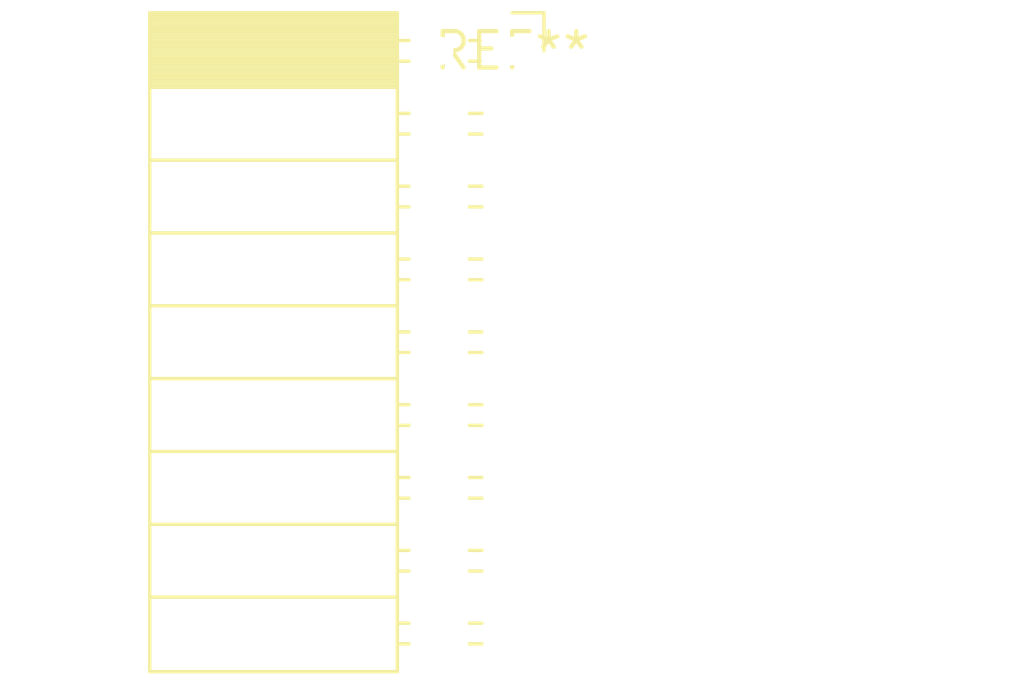
<source format=kicad_pcb>
(kicad_pcb (version 20240108) (generator pcbnew)
  (layers (0 "F.Cu" signal) (31 "B.Cu" signal) (34 "B.Paste" user) (35 "F.Paste" user) (36 "B.SilkS" user "B.Silkscreen") (37 "F.SilkS" user "F.Silkscreen") (38 "B.Mask" user) (39 "F.Mask" user) (44 "Edge.Cuts" user))
  (net 0 "")
  (footprint "PinSocket_2x09_P2.54mm_Horizontal" (layer "F.Cu") (at 0 0)
    (property "Reference" "REF**")
    (property "Value" "PinSocket_2x09_P2.54mm_Horizontal")
    (fp_line (start -12.63 -1.33) (end -12.63 21.65) (layer "F.SilkS") (stroke (width 0.12)))
    (fp_line (start -12.63 -1.33) (end -4 -1.33) (layer "F.SilkS") (stroke (width 0.12)))
    (fp_line (start -12.63 -1.21) (end -4 -1.21) (layer "F.SilkS") (stroke (width 0.12)))
    (fp_line (start -12.63 -1.091905) (end -4 -1.091905) (layer "F.SilkS") (stroke (width 0.12)))
    (fp_line (start -12.63 -0.97381) (end -4 -0.97381) (layer "F.SilkS") (stroke (width 0.12)))
    (fp_line (start -12.63 -0.855715) (end -4 -0.855715) (layer "F.SilkS") (stroke (width 0.12)))
    (fp_line (start -12.63 -0.73762) (end -4 -0.73762) (layer "F.SilkS") (stroke (width 0.12)))
    (fp_line (start -12.63 -0.619525) (end -4 -0.619525) (layer "F.SilkS") (stroke (width 0.12)))
    (fp_line (start -12.63 -0.50143) (end -4 -0.50143) (layer "F.SilkS") (stroke (width 0.12)))
    (fp_line (start -12.63 -0.383335) (end -4 -0.383335) (layer "F.SilkS") (stroke (width 0.12)))
    (fp_line (start -12.63 -0.26524) (end -4 -0.26524) (layer "F.SilkS") (stroke (width 0.12)))
    (fp_line (start -12.63 -0.147145) (end -4 -0.147145) (layer "F.SilkS") (stroke (width 0.12)))
    (fp_line (start -12.63 -0.02905) (end -4 -0.02905) (layer "F.SilkS") (stroke (width 0.12)))
    (fp_line (start -12.63 0.089045) (end -4 0.089045) (layer "F.SilkS") (stroke (width 0.12)))
    (fp_line (start -12.63 0.20714) (end -4 0.20714) (layer "F.SilkS") (stroke (width 0.12)))
    (fp_line (start -12.63 0.325235) (end -4 0.325235) (layer "F.SilkS") (stroke (width 0.12)))
    (fp_line (start -12.63 0.44333) (end -4 0.44333) (layer "F.SilkS") (stroke (width 0.12)))
    (fp_line (start -12.63 0.561425) (end -4 0.561425) (layer "F.SilkS") (stroke (width 0.12)))
    (fp_line (start -12.63 0.67952) (end -4 0.67952) (layer "F.SilkS") (stroke (width 0.12)))
    (fp_line (start -12.63 0.797615) (end -4 0.797615) (layer "F.SilkS") (stroke (width 0.12)))
    (fp_line (start -12.63 0.91571) (end -4 0.91571) (layer "F.SilkS") (stroke (width 0.12)))
    (fp_line (start -12.63 1.033805) (end -4 1.033805) (layer "F.SilkS") (stroke (width 0.12)))
    (fp_line (start -12.63 1.1519) (end -4 1.1519) (layer "F.SilkS") (stroke (width 0.12)))
    (fp_line (start -12.63 1.27) (end -4 1.27) (layer "F.SilkS") (stroke (width 0.12)))
    (fp_line (start -12.63 3.81) (end -4 3.81) (layer "F.SilkS") (stroke (width 0.12)))
    (fp_line (start -12.63 6.35) (end -4 6.35) (layer "F.SilkS") (stroke (width 0.12)))
    (fp_line (start -12.63 8.89) (end -4 8.89) (layer "F.SilkS") (stroke (width 0.12)))
    (fp_line (start -12.63 11.43) (end -4 11.43) (layer "F.SilkS") (stroke (width 0.12)))
    (fp_line (start -12.63 13.97) (end -4 13.97) (layer "F.SilkS") (stroke (width 0.12)))
    (fp_line (start -12.63 16.51) (end -4 16.51) (layer "F.SilkS") (stroke (width 0.12)))
    (fp_line (start -12.63 19.05) (end -4 19.05) (layer "F.SilkS") (stroke (width 0.12)))
    (fp_line (start -12.63 21.65) (end -4 21.65) (layer "F.SilkS") (stroke (width 0.12)))
    (fp_line (start -4 -1.33) (end -4 21.65) (layer "F.SilkS") (stroke (width 0.12)))
    (fp_line (start -4 -0.36) (end -3.59 -0.36) (layer "F.SilkS") (stroke (width 0.12)))
    (fp_line (start -4 0.36) (end -3.59 0.36) (layer "F.SilkS") (stroke (width 0.12)))
    (fp_line (start -4 2.18) (end -3.59 2.18) (layer "F.SilkS") (stroke (width 0.12)))
    (fp_line (start -4 2.9) (end -3.59 2.9) (layer "F.SilkS") (stroke (width 0.12)))
    (fp_line (start -4 4.72) (end -3.59 4.72) (layer "F.SilkS") (stroke (width 0.12)))
    (fp_line (start -4 5.44) (end -3.59 5.44) (layer "F.SilkS") (stroke (width 0.12)))
    (fp_line (start -4 7.26) (end -3.59 7.26) (layer "F.SilkS") (stroke (width 0.12)))
    (fp_line (start -4 7.98) (end -3.59 7.98) (layer "F.SilkS") (stroke (width 0.12)))
    (fp_line (start -4 9.8) (end -3.59 9.8) (layer "F.SilkS") (stroke (width 0.12)))
    (fp_line (start -4 10.52) (end -3.59 10.52) (layer "F.SilkS") (stroke (width 0.12)))
    (fp_line (start -4 12.34) (end -3.59 12.34) (layer "F.SilkS") (stroke (width 0.12)))
    (fp_line (start -4 13.06) (end -3.59 13.06) (layer "F.SilkS") (stroke (width 0.12)))
    (fp_line (start -4 14.88) (end -3.59 14.88) (layer "F.SilkS") (stroke (width 0.12)))
    (fp_line (start -4 15.6) (end -3.59 15.6) (layer "F.SilkS") (stroke (width 0.12)))
    (fp_line (start -4 17.42) (end -3.59 17.42) (layer "F.SilkS") (stroke (width 0.12)))
    (fp_line (start -4 18.14) (end -3.59 18.14) (layer "F.SilkS") (stroke (width 0.12)))
    (fp_line (start -4 19.96) (end -3.59 19.96) (layer "F.SilkS") (stroke (width 0.12)))
    (fp_line (start -4 20.68) (end -3.59 20.68) (layer "F.SilkS") (stroke (width 0.12)))
    (fp_line (start -1.49 -0.36) (end -1.11 -0.36) (layer "F.SilkS") (stroke (width 0.12)))
    (fp_line (start -1.49 0.36) (end -1.11 0.36) (layer "F.SilkS") (stroke (width 0.12)))
    (fp_line (start -1.49 2.18) (end -1.05 2.18) (layer "F.SilkS") (stroke (width 0.12)))
    (fp_line (start -1.49 2.9) (end -1.05 2.9) (layer "F.SilkS") (stroke (width 0.12)))
    (fp_line (start -1.49 4.72) (end -1.05 4.72) (layer "F.SilkS") (stroke (width 0.12)))
    (fp_line (start -1.49 5.44) (end -1.05 5.44) (layer "F.SilkS") (stroke (width 0.12)))
    (fp_line (start -1.49 7.26) (end -1.05 7.26) (layer "F.SilkS") (stroke (width 0.12)))
    (fp_line (start -1.49 7.98) (end -1.05 7.98) (layer "F.SilkS") (stroke (width 0.12)))
    (fp_line (start -1.49 9.8) (end -1.05 9.8) (layer "F.SilkS") (stroke (width 0.12)))
    (fp_line (start -1.49 10.52) (end -1.05 10.52) (layer "F.SilkS") (stroke (width 0.12)))
    (fp_line (start -1.49 12.34) (end -1.05 12.34) (layer "F.SilkS") (stroke (width 0.12)))
    (fp_line (start -1.49 13.06) (end -1.05 13.06) (layer "F.SilkS") (stroke (width 0.12)))
    (fp_line (start -1.49 14.88) (end -1.05 14.88) (layer "F.SilkS") (stroke (width 0.12)))
    (fp_line (start -1.49 15.6) (end -1.05 15.6) (layer "F.SilkS") (stroke (width 0.12)))
    (fp_line (start -1.49 17.42) (end -1.05 17.42) (layer "F.SilkS") (stroke (width 0.12)))
    (fp_line (start -1.49 18.14) (end -1.05 18.14) (layer "F.SilkS") (stroke (width 0.12)))
    (fp_line (start -1.49 19.96) (end -1.05 19.96) (layer "F.SilkS") (stroke (width 0.12)))
    (fp_line (start -1.49 20.68) (end -1.05 20.68) (layer "F.SilkS") (stroke (width 0.12)))
    (fp_line (start 0 -1.33) (end 1.11 -1.33) (layer "F.SilkS") (stroke (width 0.12)))
    (fp_line (start 1.11 -1.33) (end 1.11 0) (layer "F.SilkS") (stroke (width 0.12)))
    (pad "1" thru_hole rect (at 0 0) (size 1.7 1.7) (drill 1) (layers *.Cu *.Mask) (remove_unused_layers))
    (pad "2" thru_hole oval (at -2.54 0) (size 1.7 1.7) (drill 1) (layers *.Cu *.Mask) (remove_unused_layers))
    (pad "3" thru_hole oval (at 0 2.54) (size 1.7 1.7) (drill 1) (layers *.Cu *.Mask) (remove_unused_layers))
    (pad "4" thru_hole oval (at -2.54 2.54) (size 1.7 1.7) (drill 1) (layers *.Cu *.Mask) (remove_unused_layers))
    (pad "5" thru_hole oval (at 0 5.08) (size 1.7 1.7) (drill 1) (layers *.Cu *.Mask) (remove_unused_layers))
    (pad "6" thru_hole oval (at -2.54 5.08) (size 1.7 1.7) (drill 1) (layers *.Cu *.Mask) (remove_unused_layers))
    (pad "7" thru_hole oval (at 0 7.62) (size 1.7 1.7) (drill 1) (layers *.Cu *.Mask) (remove_unused_layers))
    (pad "8" thru_hole oval (at -2.54 7.62) (size 1.7 1.7) (drill 1) (layers *.Cu *.Mask) (remove_unused_layers))
    (pad "9" thru_hole oval (at 0 10.16) (size 1.7 1.7) (drill 1) (layers *.Cu *.Mask) (remove_unused_layers))
    (pad "10" thru_hole oval (at -2.54 10.16) (size 1.7 1.7) (drill 1) (layers *.Cu *.Mask) (remove_unused_layers))
    (pad "11" thru_hole oval (at 0 12.7) (size 1.7 1.7) (drill 1) (layers *.Cu *.Mask) (remove_unused_layers))
    (pad "12" thru_hole oval (at -2.54 12.7) (size 1.7 1.7) (drill 1) (layers *.Cu *.Mask) (remove_unused_layers))
    (pad "13" thru_hole oval (at 0 15.24) (size 1.7 1.7) (drill 1) (layers *.Cu *.Mask) (remove_unused_layers))
    (pad "14" thru_hole oval (at -2.54 15.24) (size 1.7 1.7) (drill 1) (layers *.Cu *.Mask) (remove_unused_layers))
    (pad "15" thru_hole oval (at 0 17.78) (size 1.7 1.7) (drill 1) (layers *.Cu *.Mask) (remove_unused_layers))
    (pad "16" thru_hole oval (at -2.54 17.78) (size 1.7 1.7) (drill 1) (layers *.Cu *.Mask) (remove_unused_layers))
    (pad "17" thru_hole oval (at 0 20.32) (size 1.7 1.7) (drill 1) (layers *.Cu *.Mask) (remove_unused_layers))
    (pad "18" thru_hole oval (at -2.54 20.32) (size 1.7 1.7) (drill 1) (layers *.Cu *.Mask) (remove_unused_layers))
  )
)
</source>
